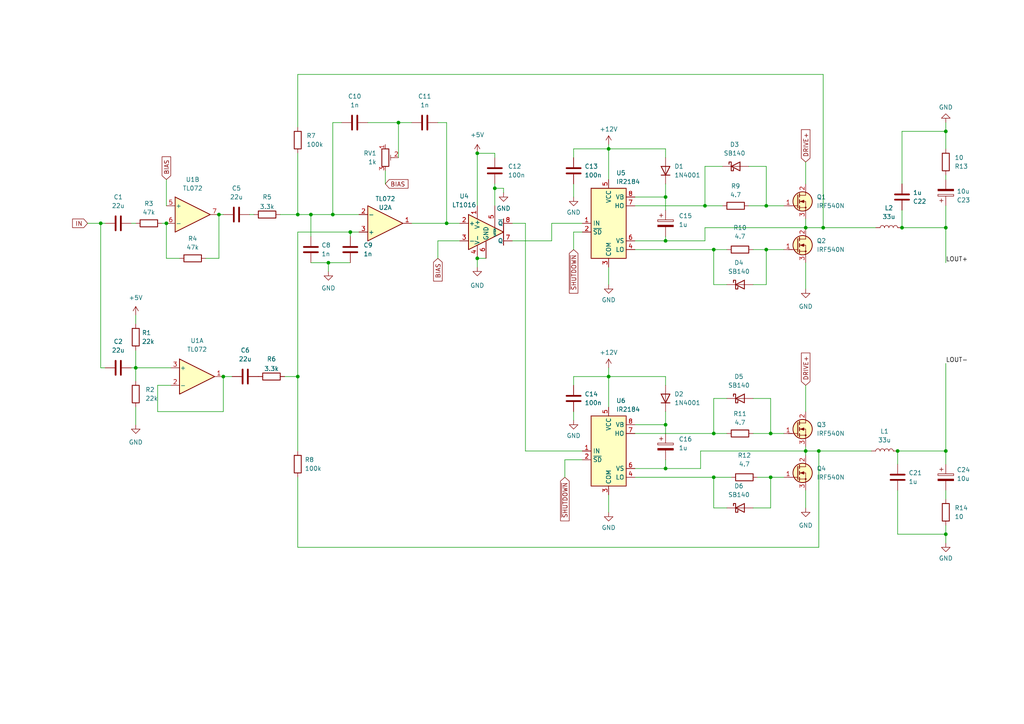
<source format=kicad_sch>
(kicad_sch (version 20230121) (generator eeschema)
  (paper "A4")
  (lib_symbols
    (symbol "Amplifier_Operational:TL072" (pin_names (offset 0.127))
      (property "Reference" "U" (at 0 5.08 0))
      (property "Value" "TL072" (at 0 -5.08 0))
      (symbol "TL072_1_1"
        (polyline (pts (xy -5.08 5.08) (xy 5.08 0) (xy -5.08 -5.08) (xy -5.08 5.08)) (stroke (width 0.254)) (fill (type background)))
        (pin output line (at 7.62 0 180) (length 2.54) (name "~") (number "1"))
        (pin input line (at -7.62 -2.54 0) (length 2.54) (name "-") (number "2"))
        (pin input line (at -7.62 2.54 0) (length 2.54) (name "+") (number "3"))
      )
      (symbol "TL072_2_1"
        (polyline (pts (xy -5.08 5.08) (xy 5.08 0) (xy -5.08 -5.08) (xy -5.08 5.08)) (stroke (width 0.254)) (fill (type background)))
        (pin input line (at -7.62 2.54 0) (length 2.54) (name "+") (number "5"))
        (pin input line (at -7.62 -2.54 0) (length 2.54) (name "-") (number "6"))
        (pin output line (at 7.62 0 180) (length 2.54) (name "~") (number "7"))
      )
      (symbol "TL072_3_1"
        (pin power_in line (at -2.54 -7.62 90) (length 3.81) (name "V-") (number "4"))
        (pin power_in line (at -2.54 7.62 270) (length 3.81) (name "V+") (number "8"))
      )
    )
    (symbol "Comparator:LT1016" (pin_names (offset 0.127))
      (property "Reference" "U" (at 3.81 6.35 0))
      (property "Value" "LT1016" (at 3.81 -5.08 0))
      (symbol "LT1016_0_1"
        (polyline (pts (xy 5.08 3.81) (xy 5.08 -3.81)) (stroke (width 0.254)))
        (polyline (pts (xy -5.08 5.08) (xy 5.08 0) (xy -5.08 -5.08) (xy -5.08 5.08)) (stroke (width 0.254)) (fill (type background)))
      )
      (symbol "LT1016_1_1"
        (pin power_in line (at -2.54 7.62 270) (length 3.81) (name "V+") (number "1"))
        (pin input line (at -7.62 2.54 0) (length 2.54) (name "+") (number "2"))
        (pin input line (at -7.62 -2.54 0) (length 2.54) (name "-") (number "3"))
        (pin power_in line (at -2.54 -7.62 90) (length 3.81) (name "V-") (number "4"))
        (pin input line (at 2.54 7.62 270) (length 6.35) (name "LATCH") (number "5"))
        (pin power_in line (at 0 -7.62 90) (length 5.08) (name "GND") (number "6"))
        (pin output line (at 7.62 -2.54 180) (length 2.54) (name "Q") (number "7"))
        (pin output line (at 7.62 2.54 180) (length 2.54) (name "~{Q}") (number "8"))
      )
    )
    (symbol "Device:C" (pin_numbers hide) (pin_names (offset 0.254))
      (property "Reference" "C" (at 0.635 2.54 0))
      (property "Value" "C" (at 0.635 -2.54 0))
      (symbol "C_0_1"
        (polyline (pts (xy -2.032 -0.762) (xy 2.032 -0.762)) (stroke (width 0.508)))
        (polyline (pts (xy -2.032 0.762) (xy 2.032 0.762)) (stroke (width 0.508)))
      )
      (symbol "C_1_1"
        (pin passive line (at 0 3.81 270) (length 2.794) (name "~") (number "1"))
        (pin passive line (at 0 -3.81 90) (length 2.794) (name "~") (number "2"))
      )
    )
    (symbol "Device:C_Polarized" (pin_numbers hide) (pin_names (offset 0.254))
      (property "Reference" "C" (at 0.635 2.54 0))
      (property "Value" "C_Polarized" (at 0.635 -2.54 0))
      (symbol "C_Polarized_0_1"
        (rectangle (start -2.286 0.508) (end 2.286 1.016))
        (polyline (pts (xy -1.778 2.286) (xy -0.762 2.286)))
        (polyline (pts (xy -1.27 2.794) (xy -1.27 1.778)))
        (rectangle (start 2.286 -0.508) (end -2.286 -1.016) (fill (type outline)))
      )
      (symbol "C_Polarized_1_1"
        (pin passive line (at 0 3.81 270) (length 2.794) (name "~") (number "1"))
        (pin passive line (at 0 -3.81 90) (length 2.794) (name "~") (number "2"))
      )
    )
    (symbol "Device:D" (pin_numbers hide) (pin_names (offset 1.016) hide)
      (property "Reference" "D" (at 0 2.54 0))
      (property "Value" "D" (at 0 -2.54 0))
      (symbol "D_0_1"
        (polyline (pts (xy -1.27 1.27) (xy -1.27 -1.27)) (stroke (width 0.254)))
        (polyline (pts (xy 1.27 0) (xy -1.27 0)))
        (polyline (pts (xy 1.27 1.27) (xy 1.27 -1.27) (xy -1.27 0) (xy 1.27 1.27)) (stroke (width 0.254)))
      )
      (symbol "D_1_1"
        (pin passive line (at -3.81 0 0) (length 2.54) (name "K") (number "1"))
        (pin passive line (at 3.81 0 180) (length 2.54) (name "A") (number "2"))
      )
    )
    (symbol "Device:D_Schottky" (pin_numbers hide) (pin_names (offset 1.016) hide)
      (property "Reference" "D" (at 0 2.54 0))
      (property "Value" "D_Schottky" (at 0 -2.54 0))
      (symbol "D_Schottky_0_1"
        (polyline (pts (xy 1.27 0) (xy -1.27 0)))
        (polyline (pts (xy 1.27 1.27) (xy 1.27 -1.27) (xy -1.27 0) (xy 1.27 1.27)) (stroke (width 0.254)))
        (polyline (pts (xy -1.905 0.635) (xy -1.905 1.27) (xy -1.27 1.27) (xy -1.27 -1.27) (xy -0.635 -1.27) (xy -0.635 -0.635)) (stroke (width 0.254)))
      )
      (symbol "D_Schottky_1_1"
        (pin passive line (at -3.81 0 0) (length 2.54) (name "K") (number "1"))
        (pin passive line (at 3.81 0 180) (length 2.54) (name "A") (number "2"))
      )
    )
    (symbol "Device:L" (pin_numbers hide) (pin_names (offset 1.016) hide)
      (property "Reference" "L" (at -1.27 0 90))
      (property "Value" "L" (at 1.905 0 90))
      (symbol "L_0_1"
        (arc (start 0 -2.54) (mid 0.6323 -1.905) (end 0 -1.27))
        (arc (start 0 -1.27) (mid 0.6323 -0.635) (end 0 0))
        (arc (start 0 0) (mid 0.6323 0.635) (end 0 1.27))
        (arc (start 0 1.27) (mid 0.6323 1.905) (end 0 2.54))
      )
      (symbol "L_1_1"
        (pin passive line (at 0 3.81 270) (length 1.27) (name "1") (number "1"))
        (pin passive line (at 0 -3.81 90) (length 1.27) (name "2") (number "2"))
      )
    )
    (symbol "Device:R" (pin_numbers hide) (pin_names (offset 0))
      (property "Reference" "R" (at 2.032 0 90))
      (property "Value" "R" (at 0 0 90))
      (symbol "R_0_1"
        (rectangle (start -1.016 -2.54) (end 1.016 2.54) (stroke (width 0.254)))
      )
      (symbol "R_1_1"
        (pin passive line (at 0 3.81 270) (length 1.27) (name "~") (number "1"))
        (pin passive line (at 0 -3.81 90) (length 1.27) (name "~") (number "2"))
      )
    )
    (symbol "Device:R_Potentiometer_Trim" (pin_names (offset 1.016) hide)
      (property "Reference" "RV" (at -4.445 0 90))
      (property "Value" "R_Potentiometer_Trim" (at -2.54 0 90))
      (symbol "R_Potentiometer_Trim_0_1"
        (polyline (pts (xy 1.524 0.762) (xy 1.524 -0.762)))
        (polyline (pts (xy 2.54 0) (xy 1.524 0)))
        (rectangle (start 1.016 2.54) (end -1.016 -2.54) (stroke (width 0.254)))
      )
      (symbol "R_Potentiometer_Trim_1_1"
        (pin passive line (at 0 3.81 270) (length 1.27) (name "1") (number "1"))
        (pin passive line (at 3.81 0 180) (length 1.27) (name "2") (number "2"))
        (pin passive line (at 0 -3.81 90) (length 1.27) (name "3") (number "3"))
      )
    )
    (symbol "Driver_FET:IR2184"
      (property "Reference" "U" (at 1.27 13.335 0))
      (property "Value" "IR2184" (at 1.27 11.43 0))
      (symbol "IR2184_0_1"
        (rectangle (start -5.08 -10.16) (end 5.08 10.16) (stroke (width 0.254)) (fill (type background)))
      )
      (symbol "IR2184_1_1"
        (pin input line (at -7.62 0 0) (length 2.54) (name "IN") (number "1"))
        (pin input line (at -7.62 -2.54 0) (length 2.54) (name "~{SD}") (number "2"))
        (pin power_in line (at 0 -12.7 90) (length 2.54) (name "COM") (number "3"))
        (pin output line (at 7.62 -7.62 180) (length 2.54) (name "LO") (number "4"))
        (pin power_in line (at 0 12.7 270) (length 2.54) (name "VCC") (number "5"))
        (pin passive line (at 7.62 -5.08 180) (length 2.54) (name "VS") (number "6"))
        (pin output line (at 7.62 5.08 180) (length 2.54) (name "HO") (number "7"))
        (pin passive line (at 7.62 7.62 180) (length 2.54) (name "VB") (number "8"))
      )
    )
    (symbol "PCM_Transistor_MOSFET_AKL:IRF540N" (pin_names hide)
      (property "Reference" "Q" (at 5.08 1.27 0))
      (property "Value" "IRF540N" (at 5.08 -1.27 0))
      (symbol "IRF540N_0_1"
        (polyline (pts (xy 0.254 -1.27) (xy -2.54 -1.27)))
        (polyline (pts (xy 0.254 1.905) (xy 0.254 -1.905)) (stroke (width 0.254)))
        (polyline (pts (xy 0.762 -1.778) (xy 2.54 -1.778)))
        (polyline (pts (xy 0.762 -1.27) (xy 0.762 -2.286)) (stroke (width 0.254)))
        (polyline (pts (xy 0.762 0.508) (xy 0.762 -0.508)) (stroke (width 0.254)))
        (polyline (pts (xy 0.762 2.286) (xy 0.762 1.27)) (stroke (width 0.254)))
        (polyline (pts (xy 2.54 1.778) (xy 0.762 1.778)))
        (polyline (pts (xy 2.54 2.54) (xy 2.54 1.778)))
        (polyline (pts (xy 2.54 -2.54) (xy 2.54 0) (xy 0.762 0)))
        (polyline (pts (xy 1.016 0) (xy 2.032 0.381) (xy 2.032 -0.381) (xy 1.016 0)) (fill (type outline)))
        (circle (center 1.651 0) (radius 2.794) (stroke (width 0.254)) (fill (type background)))
        (circle (center 2.54 -1.778) (radius 0.1778) (fill (type outline)))
      )
      (symbol "IRF540N_1_1"
        (pin input line (at -3.81 -1.27 0) (length 2.54) (name "G") (number "1"))
        (pin passive line (at 2.54 5.08 270) (length 2.54) (name "D") (number "2"))
        (pin passive line (at 2.54 -5.08 90) (length 2.54) (name "S") (number "3"))
      )
    )
    (symbol "power:+12V" (power) (pin_names (offset 0))
      (property "Value" "+12V" (at 0 3.556 0))
      (symbol "+12V_0_1"
        (polyline (pts (xy -0.762 1.27) (xy 0 2.54)))
        (polyline (pts (xy 0 0) (xy 0 2.54)))
        (polyline (pts (xy 0 2.54) (xy 0.762 1.27)))
      )
      (symbol "+12V_1_1"
        (pin power_in line (at 0 0 90) (length 0) hide (name "+12V") (number "1"))
      )
    )
    (symbol "power:+5V" (power) (pin_names (offset 0))
      (property "Value" "+5V" (at 0 3.556 0))
      (symbol "+5V_0_1"
        (polyline (pts (xy -0.762 1.27) (xy 0 2.54)))
        (polyline (pts (xy 0 0) (xy 0 2.54)))
        (polyline (pts (xy 0 2.54) (xy 0.762 1.27)))
      )
      (symbol "+5V_1_1"
        (pin power_in line (at 0 0 90) (length 0) hide (name "+5V") (number "1"))
      )
    )
    (symbol "power:GND" (power) (pin_names (offset 0))
      (property "Value" "GND" (at 0 -3.81 0))
      (symbol "GND_0_1"
        (polyline (pts (xy 0 0) (xy 0 -1.27) (xy 1.27 -1.27) (xy 0 -2.54) (xy -1.27 -1.27) (xy 0 -1.27)))
      )
      (symbol "GND_1_1"
        (pin power_in line (at 0 0 270) (length 0) hide (name "GND") (number "1"))
      )
    )
  )
  (junction (at 222.25 72.39))
  (junction (at 204.47 59.69))
  (junction (at 207.01 138.43))
  (junction (at 233.68 130.81))
  (junction (at 193.04 135.89))
  (junction (at 48.26 64.77))
  (junction (at 129.54 64.77))
  (junction (at 138.43 44.45))
  (junction (at 138.43 74.93))
  (junction (at 86.36 109.22))
  (junction (at 274.32 38.1))
  (junction (at 101.6 67.31))
  (junction (at 207.01 125.73))
  (junction (at 207.01 72.39))
  (junction (at 237.49 130.81))
  (junction (at 274.32 66.04))
  (junction (at 86.36 62.23))
  (junction (at 233.68 66.04))
  (junction (at 96.52 62.23))
  (junction (at 260.35 130.81))
  (junction (at 39.37 106.68))
  (junction (at 193.04 123.19))
  (junction (at 95.25 76.2))
  (junction (at 176.53 43.18))
  (junction (at 274.32 130.81))
  (junction (at 90.17 62.23))
  (junction (at 115.57 35.56))
  (junction (at 143.51 54.61))
  (junction (at 29.21 64.77))
  (junction (at 274.32 154.94))
  (junction (at 193.04 69.85))
  (junction (at 63.5 62.23))
  (junction (at 64.77 109.22))
  (junction (at 193.04 57.15))
  (junction (at 222.25 59.69))
  (junction (at 176.53 109.22))
  (junction (at 223.52 138.43))
  (junction (at 238.76 66.04))
  (junction (at 261.62 66.04))
  (junction (at 223.52 125.73))
  (wire (pts (xy 166.37 119.38) (xy 166.37 121.92)))
  (wire (pts (xy 237.49 130.81) (xy 237.49 158.75)))
  (wire (pts (xy 148.59 64.77) (xy 152.4 64.77)))
  (wire (pts (xy 46.99 64.77) (xy 48.26 64.77)))
  (wire (pts (xy 39.37 91.44) (xy 39.37 93.98)))
  (wire (pts (xy 222.25 48.26) (xy 222.25 59.69)))
  (wire (pts (xy 223.52 138.43) (xy 223.52 147.32)))
  (wire (pts (xy 207.01 115.57) (xy 207.01 125.73)))
  (wire (pts (xy 38.1 106.68) (xy 39.37 106.68)))
  (wire (pts (xy 222.25 72.39) (xy 227.33 72.39)))
  (wire (pts (xy 274.32 52.07) (xy 274.32 50.8)))
  (wire (pts (xy 193.04 109.22) (xy 193.04 111.76)))
  (wire (pts (xy 204.47 48.26) (xy 209.55 48.26)))
  (wire (pts (xy 238.76 21.59) (xy 86.36 21.59)))
  (wire (pts (xy 176.53 106.68) (xy 176.53 109.22)))
  (wire (pts (xy 143.51 54.61) (xy 143.51 59.69)))
  (wire (pts (xy 184.15 57.15) (xy 193.04 57.15)))
  (wire (pts (xy 48.26 74.93) (xy 52.07 74.93)))
  (wire (pts (xy 193.04 53.34) (xy 193.04 57.15)))
  (wire (pts (xy 115.57 35.56) (xy 115.57 45.72)))
  (wire (pts (xy 184.15 135.89) (xy 193.04 135.89)))
  (wire (pts (xy 223.52 115.57) (xy 223.52 125.73)))
  (wire (pts (xy 184.15 69.85) (xy 193.04 69.85)))
  (wire (pts (xy 48.26 52.07) (xy 48.26 59.69)))
  (wire (pts (xy 238.76 66.04) (xy 254 66.04)))
  (wire (pts (xy 148.59 69.85) (xy 160.02 69.85)))
  (wire (pts (xy 143.51 54.61) (xy 146.05 54.61)))
  (wire (pts (xy 127 69.85) (xy 133.35 69.85)))
  (wire (pts (xy 274.32 38.1) (xy 274.32 43.18)))
  (wire (pts (xy 204.47 59.69) (xy 209.55 59.69)))
  (wire (pts (xy 203.2 130.81) (xy 233.68 130.81)))
  (wire (pts (xy 160.02 64.77) (xy 168.91 64.77)))
  (wire (pts (xy 95.25 76.2) (xy 101.6 76.2)))
  (wire (pts (xy 146.05 54.61) (xy 146.05 55.88)))
  (wire (pts (xy 86.36 67.31) (xy 86.36 109.22)))
  (wire (pts (xy 160.02 69.85) (xy 160.02 64.77)))
  (wire (pts (xy 274.32 130.81) (xy 274.32 134.62)))
  (wire (pts (xy 115.57 35.56) (xy 119.38 35.56)))
  (wire (pts (xy 39.37 101.6) (xy 39.37 106.68)))
  (wire (pts (xy 260.35 130.81) (xy 260.35 134.62)))
  (wire (pts (xy 95.25 76.2) (xy 95.25 78.74)))
  (wire (pts (xy 233.68 76.2) (xy 233.68 83.82)))
  (wire (pts (xy 237.49 130.81) (xy 252.73 130.81)))
  (wire (pts (xy 204.47 66.04) (xy 204.47 69.85)))
  (wire (pts (xy 184.15 138.43) (xy 207.01 138.43)))
  (wire (pts (xy 274.32 105.41) (xy 274.32 130.81)))
  (wire (pts (xy 176.53 77.47) (xy 176.53 82.55)))
  (wire (pts (xy 90.17 62.23) (xy 96.52 62.23)))
  (wire (pts (xy 143.51 53.34) (xy 143.51 54.61)))
  (wire (pts (xy 184.15 125.73) (xy 207.01 125.73)))
  (wire (pts (xy 223.52 125.73) (xy 227.33 125.73)))
  (wire (pts (xy 96.52 62.23) (xy 104.14 62.23)))
  (wire (pts (xy 152.4 130.81) (xy 168.91 130.81)))
  (wire (pts (xy 219.71 138.43) (xy 223.52 138.43)))
  (wire (pts (xy 90.17 62.23) (xy 90.17 68.58)))
  (wire (pts (xy 207.01 82.55) (xy 210.82 82.55)))
  (wire (pts (xy 39.37 118.11) (xy 39.37 123.19)))
  (wire (pts (xy 193.04 57.15) (xy 193.04 60.96)))
  (wire (pts (xy 138.43 44.45) (xy 138.43 59.69)))
  (wire (pts (xy 207.01 138.43) (xy 207.01 147.32)))
  (wire (pts (xy 274.32 35.56) (xy 274.32 38.1)))
  (wire (pts (xy 166.37 109.22) (xy 166.37 111.76)))
  (wire (pts (xy 203.2 130.81) (xy 203.2 135.89)))
  (wire (pts (xy 184.15 123.19) (xy 193.04 123.19)))
  (wire (pts (xy 166.37 67.31) (xy 166.37 72.39)))
  (wire (pts (xy 127 35.56) (xy 129.54 35.56)))
  (wire (pts (xy 193.04 125.73) (xy 193.04 123.19)))
  (wire (pts (xy 207.01 72.39) (xy 210.82 72.39)))
  (wire (pts (xy 86.36 158.75) (xy 237.49 158.75)))
  (wire (pts (xy 274.32 152.4) (xy 274.32 154.94)))
  (wire (pts (xy 233.68 130.81) (xy 233.68 132.08)))
  (wire (pts (xy 261.62 38.1) (xy 274.32 38.1)))
  (wire (pts (xy 166.37 67.31) (xy 168.91 67.31)))
  (wire (pts (xy 152.4 64.77) (xy 152.4 130.81)))
  (wire (pts (xy 64.77 109.22) (xy 67.31 109.22)))
  (wire (pts (xy 204.47 48.26) (xy 204.47 59.69)))
  (wire (pts (xy 176.53 143.51) (xy 176.53 148.59)))
  (wire (pts (xy 260.35 154.94) (xy 274.32 154.94)))
  (wire (pts (xy 129.54 64.77) (xy 133.35 64.77)))
  (wire (pts (xy 45.72 111.76) (xy 45.72 119.38)))
  (wire (pts (xy 111.76 49.53) (xy 111.76 53.34)))
  (wire (pts (xy 217.17 48.26) (xy 222.25 48.26)))
  (wire (pts (xy 127 69.85) (xy 127 74.93)))
  (wire (pts (xy 119.38 64.77) (xy 129.54 64.77)))
  (wire (pts (xy 101.6 67.31) (xy 101.6 68.58)))
  (wire (pts (xy 39.37 106.68) (xy 39.37 110.49)))
  (wire (pts (xy 101.6 67.31) (xy 104.14 67.31)))
  (wire (pts (xy 233.68 63.5) (xy 233.68 66.04)))
  (wire (pts (xy 233.68 111.76) (xy 233.68 119.38)))
  (wire (pts (xy 193.04 43.18) (xy 193.04 45.72)))
  (wire (pts (xy 223.52 138.43) (xy 227.33 138.43)))
  (wire (pts (xy 274.32 59.69) (xy 274.32 66.04)))
  (wire (pts (xy 168.91 133.35) (xy 163.83 133.35)))
  (wire (pts (xy 207.01 138.43) (xy 212.09 138.43)))
  (wire (pts (xy 166.37 109.22) (xy 176.53 109.22)))
  (wire (pts (xy 238.76 21.59) (xy 238.76 66.04)))
  (wire (pts (xy 81.28 62.23) (xy 86.36 62.23)))
  (wire (pts (xy 218.44 82.55) (xy 222.25 82.55)))
  (wire (pts (xy 193.04 119.38) (xy 193.04 123.19)))
  (wire (pts (xy 39.37 106.68) (xy 49.53 106.68)))
  (wire (pts (xy 86.36 138.43) (xy 86.36 158.75)))
  (wire (pts (xy 233.68 129.54) (xy 233.68 130.81)))
  (wire (pts (xy 274.32 66.04) (xy 274.32 76.2)))
  (wire (pts (xy 274.32 142.24) (xy 274.32 144.78)))
  (wire (pts (xy 233.68 130.81) (xy 237.49 130.81)))
  (wire (pts (xy 207.01 72.39) (xy 207.01 82.55)))
  (wire (pts (xy 48.26 64.77) (xy 48.26 74.93)))
  (wire (pts (xy 63.5 62.23) (xy 63.5 74.93)))
  (wire (pts (xy 86.36 62.23) (xy 90.17 62.23)))
  (wire (pts (xy 260.35 142.24) (xy 260.35 154.94)))
  (wire (pts (xy 29.21 106.68) (xy 30.48 106.68)))
  (wire (pts (xy 218.44 125.73) (xy 223.52 125.73)))
  (wire (pts (xy 176.53 43.18) (xy 176.53 52.07)))
  (wire (pts (xy 193.04 68.58) (xy 193.04 69.85)))
  (wire (pts (xy 261.62 66.04) (xy 261.62 60.96)))
  (wire (pts (xy 138.43 44.45) (xy 143.51 44.45)))
  (wire (pts (xy 138.43 77.47) (xy 138.43 74.93)))
  (wire (pts (xy 166.37 45.72) (xy 166.37 43.18)))
  (wire (pts (xy 86.36 109.22) (xy 86.36 130.81)))
  (wire (pts (xy 260.35 130.81) (xy 274.32 130.81)))
  (wire (pts (xy 210.82 147.32) (xy 207.01 147.32)))
  (wire (pts (xy 129.54 35.56) (xy 129.54 64.77)))
  (wire (pts (xy 29.21 64.77) (xy 29.21 106.68)))
  (wire (pts (xy 218.44 147.32) (xy 223.52 147.32)))
  (wire (pts (xy 96.52 35.56) (xy 96.52 62.23)))
  (wire (pts (xy 193.04 69.85) (xy 204.47 69.85)))
  (wire (pts (xy 176.53 41.91) (xy 176.53 43.18)))
  (wire (pts (xy 63.5 62.23) (xy 64.77 62.23)))
  (wire (pts (xy 59.69 74.93) (xy 63.5 74.93)))
  (wire (pts (xy 25.4 64.77) (xy 29.21 64.77)))
  (wire (pts (xy 233.68 66.04) (xy 238.76 66.04)))
  (wire (pts (xy 45.72 119.38) (xy 64.77 119.38)))
  (wire (pts (xy 86.36 44.45) (xy 86.36 62.23)))
  (wire (pts (xy 166.37 43.18) (xy 176.53 43.18)))
  (wire (pts (xy 64.77 119.38) (xy 64.77 109.22)))
  (wire (pts (xy 222.25 59.69) (xy 217.17 59.69)))
  (wire (pts (xy 233.68 46.99) (xy 233.68 53.34)))
  (wire (pts (xy 166.37 53.34) (xy 166.37 57.15)))
  (wire (pts (xy 143.51 44.45) (xy 143.51 45.72)))
  (wire (pts (xy 138.43 74.93) (xy 140.97 74.93)))
  (wire (pts (xy 176.53 43.18) (xy 193.04 43.18)))
  (wire (pts (xy 207.01 125.73) (xy 210.82 125.73)))
  (wire (pts (xy 210.82 115.57) (xy 207.01 115.57)))
  (wire (pts (xy 90.17 76.2) (xy 95.25 76.2)))
  (wire (pts (xy 106.68 35.56) (xy 115.57 35.56)))
  (wire (pts (xy 29.21 64.77) (xy 30.48 64.77)))
  (wire (pts (xy 96.52 35.56) (xy 99.06 35.56)))
  (wire (pts (xy 222.25 72.39) (xy 222.25 82.55)))
  (wire (pts (xy 38.1 64.77) (xy 39.37 64.77)))
  (wire (pts (xy 163.83 133.35) (xy 163.83 138.43)))
  (wire (pts (xy 218.44 115.57) (xy 223.52 115.57)))
  (wire (pts (xy 204.47 66.04) (xy 233.68 66.04)))
  (wire (pts (xy 82.55 109.22) (xy 86.36 109.22)))
  (wire (pts (xy 261.62 38.1) (xy 261.62 53.34)))
  (wire (pts (xy 176.53 109.22) (xy 193.04 109.22)))
  (wire (pts (xy 193.04 133.35) (xy 193.04 135.89)))
  (wire (pts (xy 72.39 62.23) (xy 73.66 62.23)))
  (wire (pts (xy 233.68 142.24) (xy 233.68 147.32)))
  (wire (pts (xy 184.15 72.39) (xy 207.01 72.39)))
  (wire (pts (xy 261.62 66.04) (xy 274.32 66.04)))
  (wire (pts (xy 203.2 135.89) (xy 193.04 135.89)))
  (wire (pts (xy 184.15 59.69) (xy 204.47 59.69)))
  (wire (pts (xy 86.36 67.31) (xy 101.6 67.31)))
  (wire (pts (xy 86.36 21.59) (xy 86.36 36.83)))
  (wire (pts (xy 274.32 154.94) (xy 274.32 157.48)))
  (wire (pts (xy 45.72 111.76) (xy 49.53 111.76)))
  (wire (pts (xy 222.25 59.69) (xy 227.33 59.69)))
  (wire (pts (xy 218.44 72.39) (xy 222.25 72.39)))
  (wire (pts (xy 176.53 109.22) (xy 176.53 118.11)))
  (label "LOUT-" (at 274.32 105.41 0))
  (label "LOUT+" (at 274.32 76.2 0))
  (global_label "IN" (shape input) (at 25.4 64.77 180) (property "Intersheetrefs" "${INTERSHEET_REFS}" (effects hide)))
  (global_label "BIAS" (shape input) (at 111.76 53.34 0) (property "Intersheetrefs" "${INTERSHEET_REFS}" (effects hide)))
  (global_label "~{SHUTDOWN}" (shape input) (at 163.83 138.43 270) (property "Intersheetrefs" "${INTERSHEET_REFS}" (effects hide)))
  (global_label "~{SHUTDOWN}" (shape input) (at 166.37 72.39 270) (property "Intersheetrefs" "${INTERSHEET_REFS}" (effects hide)))
  (global_label "DRIVE+" (shape input) (at 233.68 111.76 90) (property "Intersheetrefs" "${INTERSHEET_REFS}" (effects hide)))
  (global_label "DRIVE+" (shape input) (at 233.68 46.99 90) (property "Intersheetrefs" "${INTERSHEET_REFS}" (effects hide)))
  (global_label "BIAS" (shape input) (at 48.26 52.07 90) (property "Intersheetrefs" "${INTERSHEET_REFS}" (effects hide)))
  (global_label "BIAS" (shape input) (at 127 74.93 270) (property "Intersheetrefs" "${INTERSHEET_REFS}" (effects hide)))
  (symbol (lib_id "Device:R") (at 78.74 109.22 90) (unit 1)
    (property "Reference" "R6" (at 78.74 104.14 90))
    (property "Value" "3.3k" (at 78.74 106.934 90))
    (property "Footprint" "Resistor_THT:R_Axial_DIN0204_L3.6mm_D1.6mm_P7.62mm_Horizontal" (effects hide))
  )
  (symbol (lib_id "Device:C") (at 71.12 109.22 90) (unit 1)
    (property "Reference" "C6" (at 71.12 101.6 90))
    (property "Value" "22u" (at 71.12 104.14 90))
    (property "Footprint" "Capacitor_THT:CP_Radial_D8.0mm_P3.50mm" (effects hide))
  )
  (symbol (lib_id "Device:L") (at 256.54 130.81 90) (unit 1)
    (property "Reference" "L1" (at 256.54 125.095 90))
    (property "Value" "33u" (at 256.54 127.635 90))
    (property "Footprint" "Inductor_THT:L_Toroid_Vertical_L17.8mm_W8.1mm_P7.62mm_Bourns_5700" (effects hide))
  )
  (symbol (lib_id "Comparator:LT1016") (at 140.97 67.31 0) (unit 1)
    (property "Reference" "U4" (at 134.62 56.896 0))
    (property "Value" "LT1016" (at 134.62 59.436 0))
    (property "Footprint" "PCM_Package_DIP_AKL:DIP-8_W7.62mm" (effects hide))
    (property "Datasheet" "https://www.analog.com/media/en/technical-documentation/data-sheets/lt1016.pdf" (effects hide))
  )
  (symbol (lib_id "Device:R") (at 86.36 40.64 180) (unit 1)
    (property "Reference" "R7" (at 88.9 39.37 0) (effects (justify right)))
    (property "Value" "100k" (at 88.9 41.91 0) (effects (justify right)))
    (property "Footprint" "Resistor_THT:R_Axial_DIN0204_L3.6mm_D1.6mm_P7.62mm_Horizontal" (effects hide))
  )
  (symbol (lib_id "Device:D") (at 193.04 49.53 90) (unit 1)
    (property "Reference" "D1" (at 195.58 48.26 90) (effects (justify right)))
    (property "Value" "1N4001" (at 195.58 50.8 90) (effects (justify right)))
    (property "Footprint" "Diode_THT:D_DO-41_SOD81_P10.16mm_Horizontal" (effects hide))
    (property "Sim.Device" "D" (effects hide))
    (property "Sim.Pins" "1=K 2=A" (effects hide))
  )
  (symbol (lib_id "Device:C_Polarized") (at 193.04 129.54 0) (unit 1)
    (property "Reference" "C16" (at 196.85 127.381 0) (effects (justify left)))
    (property "Value" "1u" (at 196.85 129.921 0) (effects (justify left)))
    (property "Footprint" "Capacitor_THT:CP_Radial_D4.0mm_P1.50mm" (effects hide))
  )
  (symbol (lib_id "Device:R") (at 215.9 138.43 90) (unit 1)
    (property "Reference" "R12" (at 215.9 132.08 90))
    (property "Value" "4.7" (at 215.9 134.62 90))
    (property "Footprint" "Resistor_THT:R_Axial_DIN0204_L3.6mm_D1.6mm_P7.62mm_Horizontal" (effects hide))
  )
  (symbol (lib_id "Device:R") (at 86.36 134.62 0) (unit 1)
    (property "Reference" "R8" (at 88.392 133.35 0) (effects (justify left)))
    (property "Value" "100k" (at 88.392 135.89 0) (effects (justify left)))
    (property "Footprint" "Resistor_THT:R_Axial_DIN0204_L3.6mm_D1.6mm_P7.62mm_Horizontal" (effects hide))
  )
  (symbol (lib_id "power:GND") (at 166.37 121.92 0) (unit 1)
    (property "Reference" "#PWR013" (effects hide))
    (property "Value" "GND" (at 166.37 126.365 0))
  )
  (symbol (lib_id "power:GND") (at 274.32 157.48 0) (unit 1)
    (property "Reference" "#PWR027" (effects hide))
    (property "Value" "GND" (at 274.32 161.925 0))
  )
  (symbol (lib_id "Device:C") (at 260.35 138.43 0) (unit 1)
    (property "Reference" "C21" (at 263.525 137.16 0) (effects (justify left)))
    (property "Value" "1u" (at 263.525 139.7 0) (effects (justify left)))
    (property "Footprint" "Capacitor_THT:C_Rect_L18.0mm_W11.0mm_P15.00mm_FKS3_FKP3" (effects hide))
  )
  (symbol (lib_id "power:GND") (at 138.43 77.47 0) (unit 1)
    (property "Reference" "#PWR08" (effects hide))
    (property "Value" "GND" (at 138.43 82.804 0))
  )
  (symbol (lib_id "Device:C") (at 261.62 57.15 0) (mirror x) (unit 1)
    (property "Reference" "C22" (at 264.795 58.42 0) (effects (justify left)))
    (property "Value" "1u" (at 264.795 55.88 0) (effects (justify left)))
    (property "Footprint" "Capacitor_THT:C_Rect_L18.0mm_W11.0mm_P15.00mm_FKS3_FKP3" (effects hide))
  )
  (symbol (lib_id "Amplifier_Operational:TL072") (at 57.15 109.22 0) (unit 1)
    (property "Reference" "U1" (at 57.15 98.806 0))
    (property "Value" "TL072" (at 57.15 101.346 0))
    (property "Footprint" "PCM_Package_DIP_AKL:DIP-8_W7.62mm" (effects hide))
    (property "Datasheet" "http://www.ti.com/lit/ds/symlink/tl071.pdf" (effects hide))
  )
  (symbol (lib_id "Device:R") (at 214.63 125.73 90) (unit 1)
    (property "Reference" "R11" (at 214.63 120.015 90))
    (property "Value" "4.7" (at 214.63 122.555 90))
    (property "Footprint" "Resistor_THT:R_Axial_DIN0204_L3.6mm_D1.6mm_P7.62mm_Horizontal" (effects hide))
  )
  (symbol (lib_id "Device:C_Polarized") (at 274.32 138.43 0) (unit 1)
    (property "Reference" "C24" (at 277.495 136.271 0) (effects (justify left)))
    (property "Value" "10u" (at 277.495 138.811 0) (effects (justify left)))
    (property "Footprint" "Capacitor_THT:CP_Radial_D4.0mm_P1.50mm" (effects hide))
  )
  (symbol (lib_id "PCM_Transistor_MOSFET_AKL:IRF540N") (at 231.14 71.12 0) (unit 1)
    (property "Reference" "Q2" (at 236.855 69.85 0) (effects (justify left)))
    (property "Value" "IRF540N" (at 236.855 72.39 0) (effects (justify left)))
    (property "Footprint" "Package_TO_SOT_THT:TO-220-3_Vertical" (effects hide))
    (property "Datasheet" "https://www.tme.eu/Document/0396bd257f8160d01272f72304b23931/irf540n.pdf" (effects hide))
  )
  (symbol (lib_id "Device:R") (at 213.36 59.69 90) (unit 1)
    (property "Reference" "R9" (at 213.36 53.975 90))
    (property "Value" "4.7" (at 213.36 56.515 90))
    (property "Footprint" "Resistor_THT:R_Axial_DIN0204_L3.6mm_D1.6mm_P7.62mm_Horizontal" (effects hide))
  )
  (symbol (lib_id "Device:C") (at 101.6 72.39 0) (unit 1)
    (property "Reference" "C9" (at 105.41 71.12 0) (effects (justify left)))
    (property "Value" "1n" (at 105.41 73.66 0) (effects (justify left)))
    (property "Footprint" "Capacitor_THT:C_Disc_D4.7mm_W2.5mm_P5.00mm" (effects hide))
  )
  (symbol (lib_id "power:GND") (at 176.53 82.55 0) (unit 1)
    (property "Reference" "#PWR015" (effects hide))
    (property "Value" "GND" (at 176.53 86.995 0))
  )
  (symbol (lib_id "Device:R") (at 55.88 74.93 90) (unit 1)
    (property "Reference" "R4" (at 55.88 69.215 90))
    (property "Value" "47k" (at 55.88 71.755 90))
    (property "Footprint" "Resistor_THT:R_Axial_DIN0204_L3.6mm_D1.6mm_P7.62mm_Horizontal" (effects hide))
  )
  (symbol (lib_id "Device:C") (at 90.17 72.39 0) (unit 1)
    (property "Reference" "C8" (at 93.218 71.12 0) (effects (justify left)))
    (property "Value" "1n" (at 93.218 73.66 0) (effects (justify left)))
    (property "Footprint" "Capacitor_THT:C_Disc_D4.7mm_W2.5mm_P5.00mm" (effects hide))
  )
  (symbol (lib_id "Device:C") (at 68.58 62.23 90) (unit 1)
    (property "Reference" "C5" (at 68.58 54.61 90))
    (property "Value" "22u" (at 68.58 57.15 90))
    (property "Footprint" "Capacitor_THT:CP_Radial_D8.0mm_P3.50mm" (effects hide))
  )
  (symbol (lib_id "power:+12V") (at 176.53 106.68 0) (unit 1)
    (property "Reference" "#PWR016" (effects hide))
    (property "Value" "+12V" (at 176.53 102.235 0))
  )
  (symbol (lib_id "Device:C_Polarized") (at 274.32 55.88 0) (mirror x) (unit 1)
    (property "Reference" "C23" (at 277.495 58.039 0) (effects (justify left)))
    (property "Value" "10u" (at 277.495 55.499 0) (effects (justify left)))
    (property "Footprint" "Capacitor_THT:CP_Radial_D4.0mm_P1.50mm" (effects hide))
  )
  (symbol (lib_id "power:GND") (at 233.68 147.32 0) (unit 1)
    (property "Reference" "#PWR021" (effects hide))
    (property "Value" "GND" (at 233.68 152.4 0))
  )
  (symbol (lib_id "Device:L") (at 257.81 66.04 90) (unit 1)
    (property "Reference" "L2" (at 257.81 60.325 90))
    (property "Value" "33u" (at 257.81 62.865 90))
    (property "Footprint" "Inductor_THT:L_Toroid_Vertical_L17.8mm_W8.1mm_P7.62mm_Bourns_5700" (effects hide))
  )
  (symbol (lib_id "power:+12V") (at 176.53 41.91 0) (unit 1)
    (property "Reference" "#PWR014" (effects hide))
    (property "Value" "+12V" (at 176.53 37.465 0))
  )
  (symbol (lib_id "Device:D_Schottky") (at 213.36 48.26 0) (unit 1)
    (property "Reference" "D3" (at 213.0425 41.91 0))
    (property "Value" "SB140" (at 213.0425 44.45 0))
    (property "Footprint" "Diode_THT:D_DO-41_SOD81_P10.16mm_Horizontal" (effects hide))
  )
  (symbol (lib_id "power:+5V") (at 138.43 44.45 0) (unit 1)
    (property "Reference" "#PWR07" (effects hide))
    (property "Value" "+5V" (at 138.43 39.116 0))
  )
  (symbol (lib_id "PCM_Transistor_MOSFET_AKL:IRF540N") (at 231.14 137.16 0) (unit 1)
    (property "Reference" "Q4" (at 236.855 135.89 0) (effects (justify left)))
    (property "Value" "IRF540N" (at 236.855 138.43 0) (effects (justify left)))
    (property "Footprint" "Package_TO_SOT_THT:TO-220-3_Vertical" (effects hide))
    (property "Datasheet" "https://www.tme.eu/Document/0396bd257f8160d01272f72304b23931/irf540n.pdf" (effects hide))
  )
  (symbol (lib_id "Device:R") (at 43.18 64.77 90) (unit 1)
    (property "Reference" "R3" (at 43.18 59.055 90))
    (property "Value" "47k" (at 43.18 61.595 90))
    (property "Footprint" "Resistor_THT:R_Axial_DIN0204_L3.6mm_D1.6mm_P7.62mm_Horizontal" (effects hide))
  )
  (symbol (lib_id "Device:D_Schottky") (at 214.63 115.57 0) (unit 1)
    (property "Reference" "D5" (at 214.3125 109.22 0))
    (property "Value" "SB140" (at 214.3125 111.76 0))
    (property "Footprint" "Diode_THT:D_DO-41_SOD81_P10.16mm_Horizontal" (effects hide))
  )
  (symbol (lib_id "Device:C") (at 123.19 35.56 90) (unit 1)
    (property "Reference" "C11" (at 123.19 27.94 90))
    (property "Value" "1n" (at 123.19 30.48 90))
    (property "Footprint" "Capacitor_THT:C_Disc_D4.7mm_W2.5mm_P5.00mm" (effects hide))
  )
  (symbol (lib_id "Device:R") (at 39.37 114.3 180) (unit 1)
    (property "Reference" "R2" (at 42.164 113.03 0) (effects (justify right)))
    (property "Value" "22k" (at 42.164 115.57 0) (effects (justify right)))
    (property "Footprint" "Resistor_THT:R_Axial_DIN0204_L3.6mm_D1.6mm_P7.62mm_Horizontal" (effects hide))
  )
  (symbol (lib_id "power:GND") (at 146.05 55.88 0) (unit 1)
    (property "Reference" "#PWR09" (effects hide))
    (property "Value" "GND" (at 146.05 60.452 0))
  )
  (symbol (lib_id "Device:C_Polarized") (at 193.04 64.77 0) (unit 1)
    (property "Reference" "C15" (at 196.85 62.611 0) (effects (justify left)))
    (property "Value" "1u" (at 196.85 65.151 0) (effects (justify left)))
    (property "Footprint" "Capacitor_THT:CP_Radial_D4.0mm_P1.50mm" (effects hide))
  )
  (symbol (lib_id "Device:R") (at 274.32 148.59 0) (unit 1)
    (property "Reference" "R14" (at 276.86 147.32 0) (effects (justify left)))
    (property "Value" "10" (at 276.86 149.86 0) (effects (justify left)))
    (property "Footprint" "Resistor_THT:R_Axial_DIN0614_L14.3mm_D5.7mm_P5.08mm_Vertical" (effects hide))
  )
  (symbol (lib_id "Device:C") (at 34.29 64.77 270) (unit 1)
    (property "Reference" "C1" (at 34.29 57.15 90))
    (property "Value" "22u" (at 34.29 59.69 90))
    (property "Footprint" "TerminalBlock_4Ucon:TerminalBlock_4Ucon_1x02_P3.50mm_Horizontal" (effects hide))
  )
  (symbol (lib_id "Device:R") (at 39.37 97.79 180) (unit 1)
    (property "Reference" "R1" (at 41.148 96.52 0) (effects (justify right)))
    (property "Value" "22k" (at 41.148 99.06 0) (effects (justify right)))
    (property "Footprint" "Resistor_THT:R_Axial_DIN0204_L3.6mm_D1.6mm_P7.62mm_Horizontal" (effects hide))
  )
  (symbol (lib_id "Device:C") (at 143.51 49.53 0) (unit 1)
    (property "Reference" "C12" (at 147.32 48.26 0) (effects (justify left)))
    (property "Value" "100n" (at 147.32 50.8 0) (effects (justify left)))
    (property "Footprint" "Capacitor_THT:C_Disc_D3.4mm_W2.1mm_P2.50mm" (effects hide))
  )
  (symbol (lib_id "power:GND") (at 166.37 57.15 0) (unit 1)
    (property "Reference" "#PWR012" (effects hide))
    (property "Value" "GND" (at 166.37 61.595 0))
  )
  (symbol (lib_id "power:GND") (at 176.53 148.59 0) (unit 1)
    (property "Reference" "#PWR017" (effects hide))
    (property "Value" "GND" (at 176.53 153.035 0))
  )
  (symbol (lib_id "power:GND") (at 233.68 83.82 0) (unit 1)
    (property "Reference" "#PWR029" (effects hide))
    (property "Value" "GND" (at 233.68 88.9 0))
  )
  (symbol (lib_id "power:GND") (at 274.32 35.56 0) (mirror x) (unit 1)
    (property "Reference" "#PWR022" (effects hide))
    (property "Value" "GND" (at 274.32 31.115 0))
  )
  (symbol (lib_id "Driver_FET:IR2184") (at 176.53 64.77 0) (unit 1)
    (property "Reference" "U5" (at 178.7241 50.165 0) (effects (justify left)))
    (property "Value" "IR2184" (at 178.7241 52.705 0) (effects (justify left)))
    (property "Footprint" "PCM_Package_DIP_AKL:DIP-8_W7.62mm" (effects hide))
    (property "Datasheet" "https://www.infineon.com/dgdl/ir2184.pdf?fileId=5546d462533600a4015355c955e616d4" (effects hide))
  )
  (symbol (lib_id "Device:C") (at 166.37 49.53 0) (unit 1)
    (property "Reference" "C13" (at 169.545 48.26 0) (effects (justify left)))
    (property "Value" "100n" (at 169.545 50.8 0) (effects (justify left)))
    (property "Footprint" "Capacitor_THT:C_Disc_D3.4mm_W2.1mm_P2.50mm" (effects hide))
  )
  (symbol (lib_id "Device:D_Schottky") (at 214.63 82.55 0) (unit 1)
    (property "Reference" "D4" (at 214.3125 76.2 0))
    (property "Value" "SB140" (at 214.3125 78.74 0))
    (property "Footprint" "Diode_THT:D_DO-41_SOD81_P10.16mm_Horizontal" (effects hide))
  )
  (symbol (lib_id "Device:C") (at 34.29 106.68 270) (unit 1)
    (property "Reference" "C2" (at 34.29 99.06 90))
    (property "Value" "22u" (at 34.29 101.6 90))
    (property "Footprint" "Capacitor_THT:CP_Radial_D8.0mm_P3.50mm" (effects hide))
  )
  (symbol (lib_id "Device:C") (at 102.87 35.56 90) (unit 1)
    (property "Reference" "C10" (at 102.87 27.94 90))
    (property "Value" "1n" (at 102.87 30.48 90))
    (property "Footprint" "Capacitor_THT:C_Disc_D4.7mm_W2.5mm_P5.00mm" (effects hide))
  )
  (symbol (lib_id "Amplifier_Operational:TL072") (at 55.88 62.23 0) (unit 2)
    (property "Reference" "U1" (at 55.88 52.07 0))
    (property "Value" "TL072" (at 55.88 54.61 0))
    (property "Footprint" "PCM_Package_DIP_AKL:DIP-8_W7.62mm" (effects hide))
    (property "Datasheet" "http://www.ti.com/lit/ds/symlink/tl071.pdf" (effects hide))
  )
  (symbol (lib_id "PCM_Transistor_MOSFET_AKL:IRF540N") (at 231.14 58.42 0) (unit 1)
    (property "Reference" "Q1" (at 236.855 57.15 0) (effects (justify left)))
    (property "Value" "IRF540N" (at 236.855 59.69 0) (effects (justify left)))
    (property "Footprint" "Package_TO_SOT_THT:TO-220-3_Vertical" (effects hide))
    (property "Datasheet" "https://www.tme.eu/Document/0396bd257f8160d01272f72304b23931/irf540n.pdf" (effects hide))
  )
  (symbol (lib_id "Driver_FET:IR2184") (at 176.53 130.81 0) (unit 1)
    (property "Reference" "U6" (at 178.7241 116.205 0) (effects (justify left)))
    (property "Value" "IR2184" (at 178.7241 118.745 0) (effects (justify left)))
    (property "Footprint" "PCM_Package_DIP_AKL:DIP-8_W7.62mm" (effects hide))
    (property "Datasheet" "https://www.infineon.com/dgdl/ir2184.pdf?fileId=5546d462533600a4015355c955e616d4" (effects hide))
  )
  (symbol (lib_id "power:+5V") (at 39.37 91.44 0) (unit 1)
    (property "Reference" "#PWR02" (effects hide))
    (property "Value" "+5V" (at 39.37 86.36 0))
  )
  (symbol (lib_id "Device:D_Schottky") (at 214.63 147.32 0) (unit 1)
    (property "Reference" "D6" (at 214.3125 140.97 0))
    (property "Value" "SB140" (at 214.3125 143.51 0))
    (property "Footprint" "Diode_THT:D_DO-41_SOD81_P10.16mm_Horizontal" (effects hide))
  )
  (symbol (lib_id "Amplifier_Operational:TL072") (at 111.76 64.77 0) (mirror x) (unit 1)
    (property "Reference" "U2" (at 111.76 60.198 0))
    (property "Value" "TL072" (at 111.76 57.658 0))
    (property "Footprint" "PCM_Package_DIP_AKL:DIP-8_W7.62mm" (effects hide))
    (property "Datasheet" "http://www.ti.com/lit/ds/symlink/tl071.pdf" (effects hide))
  )
  (symbol (lib_id "PCM_Transistor_MOSFET_AKL:IRF540N") (at 231.14 124.46 0) (unit 1)
    (property "Reference" "Q3" (at 236.855 123.19 0) (effects (justify left)))
    (property "Value" "IRF540N" (at 236.855 125.73 0) (effects (justify left)))
    (property "Footprint" "Package_TO_SOT_THT:TO-220-3_Vertical" (effects hide))
    (property "Datasheet" "https://www.tme.eu/Document/0396bd257f8160d01272f72304b23931/irf540n.pdf" (effects hide))
  )
  (symbol (lib_id "Device:R") (at 214.63 72.39 90) (unit 1)
    (property "Reference" "R10" (at 214.63 66.04 90))
    (property "Value" "4.7" (at 214.63 68.58 90))
    (property "Footprint" "Resistor_THT:R_Axial_DIN0204_L3.6mm_D1.6mm_P7.62mm_Horizontal" (effects hide))
  )
  (symbol (lib_id "Device:C") (at 166.37 115.57 0) (unit 1)
    (property "Reference" "C14" (at 169.545 114.3 0) (effects (justify left)))
    (property "Value" "100n" (at 169.545 116.84 0) (effects (justify left)))
    (property "Footprint" "Capacitor_THT:C_Disc_D3.4mm_W2.1mm_P2.50mm" (effects hide))
  )
  (symbol (lib_id "Device:R_Potentiometer_Trim") (at 111.76 45.72 0) (unit 1)
    (property "Reference" "RV1" (at 109.22 44.45 0) (effects (justify right)))
    (property "Value" "1k" (at 109.22 46.99 0) (effects (justify right)))
    (property "Footprint" "Potentiometer_THT:TRIM_3362P-1-253LF" (effects hide))
  )
  (symbol (lib_id "Device:R") (at 274.32 46.99 0) (mirror x) (unit 1)
    (property "Reference" "R13" (at 276.86 48.26 0) (effects (justify left)))
    (property "Value" "10" (at 276.86 45.72 0) (effects (justify left)))
    (property "Footprint" "Resistor_THT:R_Axial_DIN0614_L14.3mm_D5.7mm_P5.08mm_Vertical" (effects hide))
  )
  (symbol (lib_id "Device:R") (at 77.47 62.23 90) (unit 1)
    (property "Reference" "R5" (at 77.47 57.15 90))
    (property "Value" "3.3k" (at 77.47 59.944 90))
    (property "Footprint" "Resistor_THT:R_Axial_DIN0204_L3.6mm_D1.6mm_P7.62mm_Horizontal" (effects hide))
  )
  (symbol (lib_id "power:GND") (at 39.37 123.19 0) (unit 1)
    (property "Reference" "#PWR03" (effects hide))
    (property "Value" "GND" (at 39.37 128.27 0))
  )
  (symbol (lib_id "Device:D") (at 193.04 115.57 90) (unit 1)
    (property "Reference" "D2" (at 195.58 114.3 90) (effects (justify right)))
    (property "Value" "1N4001" (at 195.58 116.84 90) (effects (justify right)))
    (property "Footprint" "Diode_THT:D_DO-41_SOD81_P10.16mm_Horizontal" (effects hide))
    (property "Sim.Device" "D" (effects hide))
    (property "Sim.Pins" "1=K 2=A" (effects hide))
  )
  (symbol (lib_id "power:GND") (at 95.25 78.74 0) (unit 1)
    (property "Reference" "#PWR06" (effects hide))
    (property "Value" "GND" (at 95.25 83.566 0))
  )
  (sheet (at -107.696 241.3) (size 82.296 69.85) (stroke (width 0.1524))
    (property "Sheetname" "Power Supplies" (at -107.696 240.5884 0) (effects (justify left bottom)))
    (property "Sheetfile" "power.kicad_sch" (at -107.696 311.7346 0) (effects (justify left top)))
  )
)
</source>
